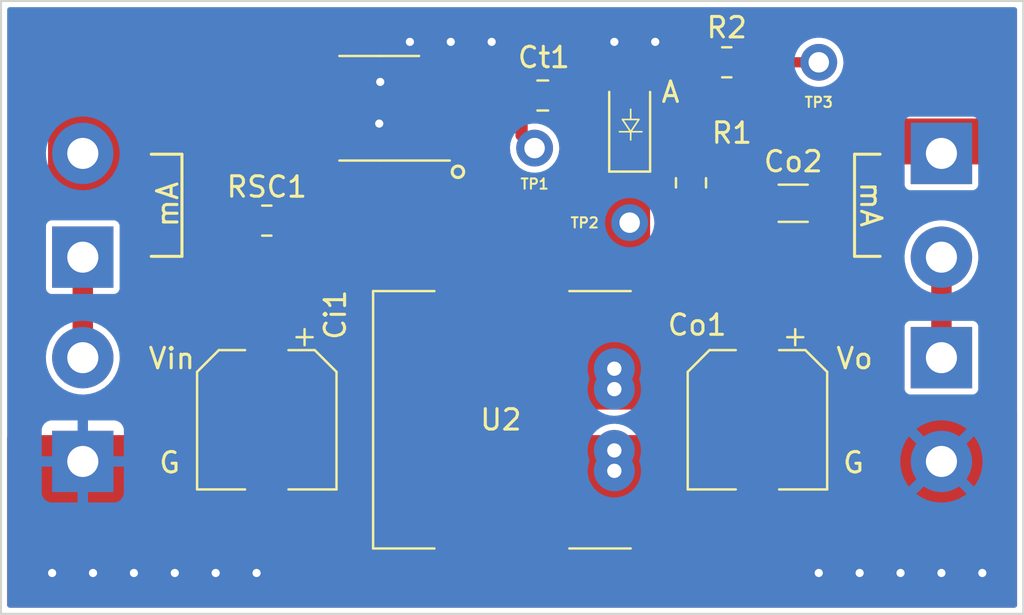
<source format=kicad_pcb>
(kicad_pcb (version 20211014) (generator pcbnew)
  (layers (0 "F.Cu" signal) (31 "B.Cu" signal) (34 "B.Paste" user) (35 "F.Paste" user) (36 "B.SilkS" user "B.Silkscreen") (37 "F.SilkS" user "F.Silkscreen") (38 "B.Mask" user) (39 "F.Mask" user) (44 "Edge.Cuts" user))
  (net 0 "")
  (net 1 "GND")
  (net 2 "Net-(Ct1-Pad1)")
  (net 3 "Net-(D1-Pad1)")
  (net 4 "/In")
  (net 5 "/Vout")
  (net 6 "/Vfeedback")
  (net 7 "/Sense")
  (net 8 "Net-(Ci1-Pad1)")
  (net 9 "Net-(Co1-Pad1)")
  (footprint "TestPoint:TestPoint" (layer "F.Cu") (at 107.1 57.39)
    (fp_text reference "TP2" (at -2.2 0.01) (layer "F.SilkS") (effects (font (size 0.5 0.5) (thickness 0.1))))
    (fp_text value "TestPoint" hide)
    (pad "1" thru_hole circle locked (at 0 0) (size 1.8 1.8) (drill 1) (layers *.Cu *.Mask) (net 3 "Net-(D1-Pad1)"))
  )
  (footprint "TestPoint:TestPoint" (layer "F.Cu") (at 102.45 53.74)
    (fp_text reference "TP1" (at 0 1.76) (layer "F.SilkS") (effects (font (size 0.5 0.5) (thickness 0.1))))
    (fp_text value "TestPoint" hide)
    (pad "1" thru_hole circle locked (at 0 0) (size 1.8 1.8) (drill 1) (layers *.Cu *.Mask) (net 2 "Net-(Ct1-Pad1)"))
  )
  (footprint "Capacitor_SMD:CP_Elec_6.3x7.7" (layer "F.Cu") (at 113.35 67.04 -90)
    (fp_text reference "Co1" (at -4.64 2.95 180) (layer "F.SilkS"))
    (fp_text value "470u/10V")
    (fp_line (start -2.345563 3.41) (end 3.41 3.41) (layer "F.SilkS") (width 0.12))
    (fp_line (start 3.41 -3.41) (end 3.41 -1.06) (layer "F.SilkS") (width 0.12))
    (fp_line (start -3.41 2.345563) (end -3.41 1.06) (layer "F.SilkS") (width 0.12))
    (fp_line (start -4.04375 -2.24125) (end -4.04375 -1.45375) (layer "F.SilkS") (width 0.12))
    (fp_line (start -2.345563 -3.41) (end 3.41 -3.41) (layer "F.SilkS") (width 0.12))
    (fp_line (start -4.4375 -1.8475) (end -3.65 -1.8475) (layer "F.SilkS") (width 0.12))
    (fp_line (start 3.41 3.41) (end 3.41 1.06) (layer "F.SilkS") (width 0.12))
    (fp_line (start -3.41 -2.345563) (end -2.345563 -3.41) (layer "F.SilkS") (width 0.12))
    (fp_line (start -3.41 -2.345563) (end -3.41 -1.06) (layer "F.SilkS") (width 0.12))
    (fp_line (start -3.41 2.345563) (end -2.345563 3.41) (layer "F.SilkS") (width 0.12))
    (pad "1" smd roundrect (at -2.7 0 270) (size 3.5 1.6) (layers "F.Cu" "F.Paste" "F.Mask") (roundrect_rratio 0.15625) (net 9 "Net-(Co1-Pad1)"))
    (pad "2" smd roundrect (at 2.7 0 270) (size 3.5 1.6) (layers "F.Cu" "F.Paste" "F.Mask") (roundrect_rratio 0.15625) (net 1 "GND"))
  )
  (footprint "Diode_SMD:D_SOD-123" (layer "F.Cu") (at 107.1 52.64 90)
    (fp_text reference "D1" hide)
    (fp_text value "1N5819")
    (fp_line (start -2.25 -1) (end -2.25 1) (layer "F.SilkS") (width 0.12))
    (fp_line (start -2.25 -1) (end 1.65 -1) (layer "F.SilkS") (width 0.12))
    (fp_line (start -2.25 1) (end 1.65 1) (layer "F.SilkS") (width 0.12))
    (pad "1" smd rect (at -1.65 0 90) (size 0.9 1.2) (layers "F.Cu" "F.Paste" "F.Mask") (net 3 "Net-(D1-Pad1)"))
    (pad "2" smd rect (at 1.65 0 90) (size 0.9 1.2) (layers "F.Cu" "F.Paste" "F.Mask") (net 1 "GND"))
  )
  (footprint "TerminalBlock:TerminalBlock_bornier-2_P5.08mm" (layer "F.Cu") (at 80.35 59.08 90)
    (fp_text reference "J2" hide)
    (fp_text value "Conn_01x02")
    (pad "1" thru_hole rect (at 0 0 90) (size 3 3) (drill 1.52) (layers *.Cu *.Mask) (net 4 "/In"))
    (pad "2" thru_hole circle (at 5.08 0 90) (size 3 3) (drill 1.52) (layers *.Cu *.Mask) (net 8 "Net-(Ci1-Pad1)"))
  )
  (footprint "Capacitor_SMD:C_0805_2012Metric_Pad1.18x1.45mm_HandSolder" (layer "F.Cu") (at 102.85 51.165)
    (fp_text reference "Ct1" (at 0.05 -1.865 180) (layer "F.SilkS"))
    (fp_text value "120p")
    (fp_line (start -0.261252 -0.735) (end 0.261252 -0.735) (layer "F.SilkS") (width 0.12))
    (fp_line (start -0.261252 0.735) (end 0.261252 0.735) (layer "F.SilkS") (width 0.12))
    (pad "1" smd roundrect (at -1.0375 0) (size 1.175 1.45) (layers "F.Cu" "F.Paste" "F.Mask") (roundrect_rratio 0.2127659574) (net 2 "Net-(Ct1-Pad1)"))
    (pad "2" smd roundrect (at 1.0375 0) (size 1.175 1.45) (layers "F.Cu" "F.Paste" "F.Mask") (roundrect_rratio 0.2127659574) (net 1 "GND"))
  )
  (footprint "TestPoint:TestPoint" (layer "F.Cu") (at 116.35 49.54)
    (fp_text reference "TP3" (at 0 1.96) (layer "F.SilkS") (effects (font (size 0.5 0.5) (thickness 0.1))))
    (fp_text value "TestPoint" hide)
    (pad "1" thru_hole circle locked (at 0 0) (size 1.8 1.8) (drill 1) (layers *.Cu *.Mask) (net 6 "/Vfeedback"))
  )
  (footprint "TerminalBlock:TerminalBlock_bornier-2_P5.08mm" (layer "F.Cu") (at 122.35 54 -90)
    (fp_text reference "J3" hide)
    (fp_text value "Conn_01x02")
    (pad "1" thru_hole rect (at 0 0 270) (size 3 3) (drill 1.52) (layers *.Cu *.Mask) (net 9 "Net-(Co1-Pad1)"))
    (pad "2" thru_hole circle (at 5.08 0 270) (size 3 3) (drill 1.52) (layers *.Cu *.Mask) (net 5 "/Vout"))
  )
  (footprint "TerminalBlock:TerminalBlock_bornier-2_P5.08mm" (layer "F.Cu") (at 80.35 69.08 90)
    (fp_text reference "J1" hide)
    (fp_text value "Conn_01x02")
    (pad "1" thru_hole rect (at 0 0 90) (size 3 3) (drill 1.52) (layers *.Cu *.Mask) (net 1 "GND"))
    (pad "2" thru_hole circle (at 5.08 0 90) (size 3 3) (drill 1.52) (layers *.Cu *.Mask) (net 4 "/In"))
  )
  (footprint "Capacitor_SMD:CP_Elec_6.3x7.7" (layer "F.Cu") (at 89.35 67.04 -90)
    (fp_text reference "Ci1" (at -5.14 -3.35 90) (layer "F.SilkS"))
    (fp_text value "100u/50V")
    (fp_line (start -3.41 2.345563) (end -3.41 1.06) (layer "F.SilkS") (width 0.12))
    (fp_line (start -2.345563 -3.41) (end 3.41 -3.41) (layer "F.SilkS") (width 0.12))
    (fp_line (start -3.41 -2.345563) (end -2.345563 -3.41) (layer "F.SilkS") (width 0.12))
    (fp_line (start 3.41 -3.41) (end 3.41 -1.06) (layer "F.SilkS") (width 0.12))
    (fp_line (start -2.345563 3.41) (end 3.41 3.41) (layer "F.SilkS") (width 0.12))
    (fp_line (start 3.41 3.41) (end 3.41 1.06) (layer "F.SilkS") (width 0.12))
    (fp_line (start -4.4375 -1.8475) (end -3.65 -1.8475) (layer "F.SilkS") (width 0.12))
    (fp_line (start -4.04375 -2.24125) (end -4.04375 -1.45375) (layer "F.SilkS") (width 0.12))
    (fp_line (start -3.41 -2.345563) (end -3.41 -1.06) (layer "F.SilkS") (width 0.12))
    (fp_line (start -3.41 2.345563) (end -2.345563 3.41) (layer "F.SilkS") (width 0.12))
    (pad "1" smd roundrect (at -2.7 0 270) (size 3.5 1.6) (layers "F.Cu" "F.Paste" "F.Mask") (roundrect_rratio 0.15625) (net 8 "Net-(Ci1-Pad1)"))
    (pad "2" smd roundrect (at 2.7 0 270) (size 3.5 1.6) (layers "F.Cu" "F.Paste" "F.Mask") (roundrect_rratio 0.15625) (net 1 "GND"))
  )
  (footprint "Capacitor_SMD:C_1206_3216Metric_Pad1.33x1.80mm_HandSolder" (layer "F.Cu") (at 115.1 56.44)
    (fp_text reference "Co2" (at 0 -2.04) (layer "F.SilkS"))
    (fp_text value "47u/10V")
    (fp_line (start -0.711252 -0.91) (end 0.711252 -0.91) (layer "F.SilkS") (width 0.12))
    (fp_line (start -0.711252 0.91) (end 0.711252 0.91) (layer "F.SilkS") (width 0.12))
    (pad "1" smd roundrect (at -1.5625 0) (size 1.325 1.8) (layers "F.Cu" "F.Paste" "F.Mask") (roundrect_rratio 0.1886792453) (net 9 "Net-(Co1-Pad1)"))
    (pad "2" smd roundrect (at 1.5625 0) (size 1.325 1.8) (layers "F.Cu" "F.Paste" "F.Mask") (roundrect_rratio 0.1886792453) (net 1 "GND"))
  )
  (footprint "Resistor_SMD:R_0805_2012Metric_Pad1.20x1.40mm_HandSolder" (layer "F.Cu") (at 110.1 55.44 90)
    (fp_text reference "R1" (at 2.44 2 180) (layer "F.SilkS"))
    (fp_text value "3K7")
    (fp_line (start -0.227064 0.735) (end 0.227064 0.735) (layer "F.SilkS") (width 0.12))
    (fp_line (start -0.227064 -0.735) (end 0.227064 -0.735) (layer "F.SilkS") (width 0.12))
    (pad "1" smd roundrect (at -1 0 90) (size 1.2 1.4) (layers "F.Cu" "F.Paste" "F.Mask") (roundrect_rratio 0.2083333333) (net 9 "Net-(Co1-Pad1)"))
    (pad "2" smd roundrect (at 1 0 90) (size 1.2 1.4) (layers "F.Cu" "F.Paste" "F.Mask") (roundrect_rratio 0.2083333333) (net 6 "/Vfeedback"))
  )
  (footprint "mc34063-power-inductor:mc34063-power-inductor" (layer "F.Cu") (at 100.85 67.04 -90)
    (fp_text reference "U2" (at 0 0.05 180) (layer "F.SilkS"))
    (fp_text value "220uH" hide)
    (fp_line (start -6.3 -3.3) (end -6.3 -6.3) (layer "F.SilkS") (width 0.12))
    (fp_line (start 6.3 6.3) (end -6.3 6.3) (layer "F.SilkS") (width 0.12))
    (fp_line (start 6.3 3.3) (end 6.3 6.3) (layer "F.SilkS") (width 0.12))
    (fp_line (start 6.3 -6.3) (end 6.3 -3.3) (layer "F.SilkS") (width 0.12))
    (fp_line (start -6.3 6.3) (end -6.3 3.3) (layer "F.SilkS") (width 0.12))
    (pad "1" smd rect (at -4.95 0 270) (size 4 5.4) (layers "F.Cu" "F.Paste" "F.Mask") (net 3 "Net-(D1-Pad1)"))
    (pad "1" thru_hole circle (at -1.5 -5.5) (size 2 2) (drill 0.7) (layers *.Cu *.Mask) (net 3 "Net-(D1-Pad1)"))
    (pad "1" thru_hole circle (at -2.5 -5.5) (size 2 2) (drill 0.7) (layers *.Cu *.Mask) (net 3 "Net-(D1-Pad1)"))
    (pad "2" thru_hole circle (at 2.5 -5.5) (size 2 2) (drill 0.7) (layers *.Cu *.Mask) (net 9 "Net-(Co1-Pad1)"))
    (pad "2" thru_hole circle (at 1.5 -5.5) (size 2 2) (drill 0.7) (layers *.Cu *.Mask) (net 9 "Net-(Co1-Pad1)"))
    (pad "2" smd rect (at 4.95 0 270) (size 4 5.4) (layers "F.Cu" "F.Paste" "F.Mask") (net 9 "Net-(Co1-Pad1)"))
  )
  (footprint "Package_SO:SOIC-8_3.9x4.9mm_P1.27mm" (layer "F.Cu") (at 94.85 51.79 180)
    (fp_text reference "U1" hide)
    (fp_text value "MC34063AD")
    (fp_line (start 0 2.56) (end 1.95 2.56) (layer "F.SilkS") (width 0.12))
    (fp_line (start 0 -2.56) (end -3.45 -2.56) (layer "F.SilkS") (width 0.12))
    (fp_line (start 0 -2.56) (end 1.95 -2.56) (layer "F.SilkS") (width 0.12))
    (fp_line (start 0 2.56) (end -1.95 2.56) (layer "F.SilkS") (width 0.12))
    (pad "1" smd roundrect (at -2.475 -1.905 180) (size 1.95 0.6) (layers "F.Cu" "F.Paste" "F.Mask") (net 7 "/Sense"))
    (pad "2" smd roundrect (at -2.475 -0.635 180) (size 1.95 0.6) (layers "F.Cu" "F.Paste" "F.Mask") (net 3 "Net-(D1-Pad1)"))
    (pad "3" smd roundrect (at -2.475 0.635 180) (size 1.95 0.6) (layers "F.Cu" "F.Paste" "F.Mask") (net 2 "Net-(Ct1-Pad1)"))
    (pad "4" smd roundrect (at -2.475 1.905 180) (size 1.95 0.6) (layers "F.Cu" "F.Paste" "F.Mask") (net 1 "GND"))
    (pad "5" smd roundrect (at 2.475 1.905 180) (size 1.95 0.6) (layers "F.Cu" "F.Paste" "F.Mask") (net 6 "/Vfeedback"))
    (pad "6" smd roundrect (at 2.475 0.635 180) (size 1.95 0.6) (layers "F.Cu" "F.Paste" "F.Mask") (net 8 "Net-(Ci1-Pad1)"))
    (pad "7" smd roundrect (at 2.475 -0.635 180) (size 1.95 0.6) (layers "F.Cu" "F.Paste" "F.Mask") (net 7 "/Sense"))
    (pad "8" smd roundrect (at 2.475 -1.905 180) (size 1.95 0.6) (layers "F.Cu" "F.Paste" "F.Mask") (net 7 "/Sense"))
  )
  (footprint "Resistor_SMD:R_0805_2012Metric_Pad1.20x1.40mm_HandSolder" (layer "F.Cu") (at 111.85 49.54 180)
    (fp_text reference "R2" (at 0 1.7) (layer "F.SilkS"))
    (fp_text value "1K2")
    (fp_line (start -0.227064 -0.735) (end 0.227064 -0.735) (layer "F.SilkS") (width 0.12))
    (fp_line (start -0.227064 0.735) (end 0.227064 0.735) (layer "F.SilkS") (width 0.12))
    (pad "1" smd roundrect (at -1 0 180) (size 1.2 1.4) (layers "F.Cu" "F.Paste" "F.Mask") (roundrect_rratio 0.2083333333) (net 6 "/Vfeedback"))
    (pad "2" smd roundrect (at 1 0 180) (size 1.2 1.4) (layers "F.Cu" "F.Paste" "F.Mask") (roundrect_rratio 0.2083333333) (net 1 "GND"))
  )
  (footprint "Resistor_SMD:R_0805_2012Metric_Pad1.20x1.40mm_HandSolder" (layer "F.Cu") (at 89.35 57.29)
    (fp_text reference "RSC1" (at 0 -1.65) (layer "F.SilkS"))
    (fp_text value "0.33")
    (fp_line (start -0.227064 0.735) (end 0.227064 0.735) (layer "F.SilkS") (width 0.12))
    (fp_line (start -0.227064 -0.735) (end 0.227064 -0.735) (layer "F.SilkS") (width 0.12))
    (pad "1" smd roundrect (at -1 0) (size 1.2 1.4) (layers "F.Cu" "F.Paste" "F.Mask") (roundrect_rratio 0.2083333333) (net 8 "Net-(Ci1-Pad1)"))
    (pad "2" smd roundrect (at 1 0) (size 1.2 1.4) (layers "F.Cu" "F.Paste" "F.Mask") (roundrect_rratio 0.2083333333) (net 7 "/Sense"))
  )
  (footprint "TerminalBlock:TerminalBlock_bornier-2_P5.08mm" (layer "F.Cu") (at 122.35 64 -90)
    (fp_text reference "J4" hide)
    (fp_text value "Conn_01x02")
    (pad "1" thru_hole rect (at 0 0 270) (size 3 3) (drill 1.52) (layers *.Cu *.Mask) (net 5 "/Vout"))
    (pad "2" thru_hole circle (at 5.08 0 270) (size 3 3) (drill 1.52) (layers *.Cu *.Mask) (net 1 "GND"))
  )
  (gr_line (start 85.2 54.04) (end 83.7 54.04) (layer "F.SilkS") (width 0.15))
  (gr_line (start 118.1 59.04) (end 118.1 54.04) (layer "F.SilkS") (width 0.15))
  (gr_line (start 85.2 59.04) (end 85.2 54.04) (layer "F.SilkS") (width 0.15))
  (gr_line (start 107.15 52.94) (end 107.15 53.34) (layer "F.SilkS") (width 0.08))
  (gr_circle (center 98.7 54.9) (end 98.9 55.1) (layer "F.SilkS") (width 0.15) (fill none))
  (gr_line (start 107.55 52.34) (end 107.15 52.94) (layer "F.SilkS") (width 0.08))
  (gr_line (start 106.75 52.34) (end 107.55 52.34) (layer "F.SilkS") (width 0.08))
  (gr_line (start 118.1 54.04) (end 119.35 54.04) (layer "F.SilkS") (width 0.15))
  (gr_line (start 83.7 59.04) (end 85.2 59.04) (layer "F.SilkS") (width 0.15))
  (gr_line (start 107.15 51.84) (end 107.15 52.34) (layer "F.SilkS") (width 0.08))
  (gr_line (start 106.6 52.94) (end 107.7 52.94) (layer "F.SilkS") (width 0.08))
  (gr_line (start 107.15 52.94) (end 106.75 52.34) (layer "F.SilkS") (width 0.08))
  (gr_line (start 119.35 59.04) (end 118.1 59.04) (layer "F.SilkS") (width 0.15))
  (gr_line (start 126.35 46.54) (end 76.35 46.54) (layer "Edge.Cuts") (width 0.1))
  (gr_line (start 76.35 76.54) (end 126.35 76.54) (layer "Edge.Cuts") (width 0.1))
  (gr_line (start 76.35 46.54) (end 76.35 76.54) (layer "Edge.Cuts") (width 0.1))
  (gr_line (start 126.35 76.54) (end 126.35 46.54) (layer "Edge.Cuts") (width 0.1))
  (gr_text "G" (at 118.05 69.14) (layer "F.SilkS") (effects (font (size 1 1))))
  (gr_text "Vo" (at 118.1 64.04) (layer "F.SilkS") (effects (font (size 1 1))))
  (gr_text "Vin" (at 84.7 64.04) (layer "F.SilkS") (effects (font (size 1 1))))
  (gr_text "mA" (at 118.9 56.5 270) (layer "F.SilkS") (effects (font (size 1 1))))
  (gr_text "mA" (at 84.5 56.5 90) (layer "F.SilkS") (effects (font (size 1 1))))
  (gr_text "A" (at 109.1 51) (layer "F.SilkS") (effects (font (size 1 1))))
  (gr_text "G" (at 84.6 69.14) (layer "F.SilkS") (effects (font (size 1 1))))
  (via (at 94.85 52.54) (size 0.8) (drill 0.4) (layers "F.Cu" "B.Cu") (net 1))
  (via (at 106.35 48.54) (size 0.8) (drill 0.4) (layers "F.Cu" "B.Cu") (net 1))
  (via (at 88.85 74.54) (size 0.8) (drill 0.4) (layers "F.Cu" "B.Cu") (net 1))
  (via (at 94.9 50.5) (size 0.8) (drill 0.4) (layers "F.Cu" "B.Cu") (net 1))
  (via (at 98.35 48.54) (size 0.8) (drill 0.4) (layers "F.Cu" "B.Cu") (net 1))
  (via (at 120.35 74.54) (size 0.8) (drill 0.4) (layers "F.Cu" "B.Cu") (net 1))
  (via (at 122.35 74.54) (size 0.8) (drill 0.4) (layers "F.Cu" "B.Cu") (net 1))
  (via (at 124.35 74.54) (size 0.8) (drill 0.4) (layers "F.Cu" "B.Cu") (net 1))
  (via (at 86.85 74.54) (size 0.8) (drill 0.4) (layers "F.Cu" "B.Cu") (net 1))
  (via (at 116.35 74.54) (size 0.8) (drill 0.4) (layers "F.Cu" "B.Cu") (net 1))
  (via (at 118.35 74.54) (size 0.8) (drill 0.4) (layers "F.Cu" "B.Cu") (net 1))
  (via (at 108.35 48.54) (size 0.8) (drill 0.4) (layers "F.Cu" "B.Cu") (net 1))
  (via (at 78.85 74.54) (size 0.8) (drill 0.4) (layers "F.Cu" "B.Cu") (net 1))
  (via (at 100.35 48.54) (size 0.8) (drill 0.4) (layers "F.Cu" "B.Cu") (net 1))
  (via (at 82.85 74.54) (size 0.8) (drill 0.4) (layers "F.Cu" "B.Cu") (net 1))
  (via (at 80.85 74.54) (size 0.8) (drill 0.4) (layers "F.Cu" "B.Cu") (net 1))
  (via (at 96.35 48.54) (size 0.8) (drill 0.4) (layers "F.Cu" "B.Cu") (net 1))
  (via (at 84.85 74.54) (size 0.8) (drill 0.4) (layers "F.Cu" "B.Cu") (net 1))
  (segment (start 101.8125 51.165) (end 101.8125 53.1025) (width 0.6) (layer "F.Cu") (net 2))
  (segment (start 101.8025 51.155) (end 101.8125 51.165) (width 0.4) (layer "F.Cu") (net 2))
  (segment (start 101.8125 53.1025) (end 102.45 53.74) (width 0.6) (layer "F.Cu") (net 2))
  (segment (start 97.325 51.155) (end 101.8025 51.155) (width 0.5) (layer "F.Cu") (net 2))
  (segment (start 80.35 64) (end 80.35 59.08) (width 1) (layer "F.Cu") (net 4))
  (segment (start 122.35 64) (end 122.35 59.08) (width 1) (layer "F.Cu") (net 5))
  (segment (start 110.79 51.5) (end 112.5 51.5) (width 0.4) (layer "F.Cu") (net 6))
  (segment (start 112.85 49.54) (end 112.85 51.15) (width 0.4) (layer "F.Cu") (net 6))
  (segment (start 110.1 52.19) (end 110.79 51.5) (width 0.4) (layer "F.Cu") (net 6))
  (segment (start 112.5 47.24) (end 112.85 47.59) (width 0.5) (layer "F.Cu") (net 6))
  (segment (start 92.375 47.49) (end 92.625 47.24) (width 0.5) (layer "F.Cu") (net 6))
  (segment (start 112.85 49.54) (end 116.35 49.54) (width 0.5) (layer "F.Cu") (net 6))
  (segment (start 112.85 47.59) (end 112.85 49.54) (width 0.5) (layer "F.Cu") (net 6))
  (segment (start 92.625 47.24) (end 112.5 47.24) (width 0.5) (layer "F.Cu") (net 6))
  (segment (start 112.85 51.15) (end 112.5 51.5) (width 0.4) (layer "F.Cu") (net 6))
  (segment (start 110.1 54.44) (end 110.1 52.19) (width 0.4) (layer "F.Cu") (net 6))
  (segment (start 92.375 49.885) (end 92.375 47.49) (width 0.5) (layer "F.Cu") (net 6))
  (zone (net 1) (net_name "GND") (layer "F.Cu") (connect_pads yes (clearance 0.3)) (min_thickness 0.254) (fill yes (thermal_gap 0.508) (thermal_bridge_width 0.508))
    (polygon (pts (xy 111.05 50.24) (xy 109.25 52.04) (xy 102.95 52.04) (xy 102.95 50.14) (xy 100.65 50.14) (xy 100.65 50.54) (xy 96.05 50.54) (xy 96.05 53.04) (xy 93.7 53.04) (xy 93.7 47.64) (xy 111.05 47.64)))
  )
  (zone (net 1) (net_name "GND") (layer "F.Cu") (connect_pads yes (clearance 0.3)) (min_thickness 0.254) (fill yes (thermal_gap 0.508) (thermal_bridge_width 0.508))
    (polygon (pts (xy 117.75 66.54) (xy 126.35 66.54) (xy 126.35 76.54) (xy 76.35 76.54) (xy 76.35 67.79) (xy 85.1 67.79) (xy 96.85 67.79) (xy 96.85 74.54) (xy 112.6 74.54) (xy 112.6 67.79) (xy 115.35 67.79) (xy 115.35 55.14) (xy 117.75 55.14)))
  )
  (zone (net 3) (net_name "Net-(D1-Pad1)") (layer "F.Cu") (connect_pads yes (clearance 0.3)) (min_thickness 0.254) (fill yes (thermal_gap 0.508) (thermal_bridge_width 0.508))
    (polygon (pts (xy 100.75 55.54) (xy 104.6 55.54) (xy 104.6 53.79) (xy 108.1 53.79) (xy 108.1 66.54) (xy 99.4 66.54) (xy 99.4 52.79) (xy 96.35 52.79) (xy 96.35 52.04) (xy 100.75 52.04)))
  )
  (zone (net 9) (net_name "Net-(Co1-Pad1)") (layer "F.Cu") (connect_pads yes (clearance 0.3)) (min_thickness 0.254) (fill yes (thermal_gap 0.508) (thermal_bridge_width 0.508))
    (polygon (pts (xy 124.35 54.54) (xy 114.35 54.54) (xy 114.35 66.54) (xy 111.6 66.54) (xy 111.6 73.54) (xy 99.35 73.29) (xy 99.35 67.79) (xy 109.1 67.79) (xy 109.1 55.79) (xy 111.6 55.79) (xy 111.6 52.29) (xy 124.35 52.29)))
  )
  (zone (net 8) (net_name "Net-(Ci1-Pad1)") (layer "F.Cu") (connect_pads yes (clearance 0.3)) (min_thickness 0.254) (fill yes (thermal_gap 0.508) (thermal_bridge_width 0.508))
    (polygon (pts (xy 93.35 51.54) (xy 89.05 51.54) (xy 89.05 62.14) (xy 90.75 62.14) (xy 90.75 66.34) (xy 86.75 66.34) (xy 86.75 58.54) (xy 84.15 56.24) (xy 78.65 56.24) (xy 78.65 50.74) (xy 93.35 50.74)))
  )
  (zone (net 7) (net_name "/Sense") (layer "F.Cu") (connect_pads yes (clearance 0.3)) (min_thickness 0.254) (fill yes (thermal_gap 0.508) (thermal_bridge_width 0.508))
    (polygon (pts (xy 93.35 53.34) (xy 98.35 53.34) (xy 98.35 54.14) (xy 91.55 54.14) (xy 91.55 58.14) (xy 89.75 58.14) (xy 89.75 52.14) (xy 93.35 52.14)))
  )
  (zone (net 1) (net_name "GND") (layer "B.Cu") (connect_pads (clearance 0.3)) (min_thickness 0.254) (fill yes (thermal_gap 0.508) (thermal_bridge_width 0.508))
    (polygon (pts (xy 126.35 76.54) (xy 76.35 76.54) (xy 76.35 46.54) (xy 126.35 46.54)))
  )
)
</source>
